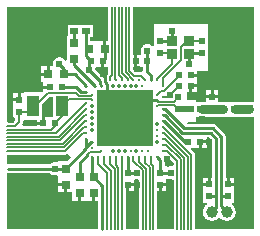
<source format=gtl>
G04*
G04 #@! TF.GenerationSoftware,Altium Limited,Altium Designer,19.0.15 (446)*
G04*
G04 Layer_Physical_Order=1*
G04 Layer_Color=255*
%FSLAX24Y24*%
%MOIN*%
G70*
G01*
G75*
%ADD10C,0.0059*%
%ADD11C,0.0098*%
%ADD13C,0.0079*%
%ADD14R,0.0197X0.0236*%
%ADD15R,0.0374X0.0335*%
%ADD16R,0.0236X0.0197*%
%ADD17R,0.0256X0.0197*%
%ADD18R,0.0300X0.0300*%
%ADD19R,0.0315X0.0295*%
%ADD20R,0.0394X0.0709*%
%ADD21R,0.1909X0.1909*%
%ADD23R,0.0295X0.0315*%
%ADD34C,0.0108*%
%ADD35C,0.0057*%
%ADD36C,0.0200*%
%ADD37C,0.0300*%
%ADD38C,0.0072*%
%ADD39C,0.0394*%
%ADD40C,0.0240*%
%ADD41C,0.0138*%
G36*
X-1784Y-1292D02*
X-1927Y-1435D01*
X-2220D01*
Y-1439D01*
X-2230Y-1451D01*
X-2270Y-1473D01*
X-2280Y-1470D01*
X-2308Y-1464D01*
X-2337Y-1463D01*
X-2366Y-1464D01*
X-2394Y-1470D01*
X-2421Y-1479D01*
X-2447Y-1492D01*
X-2471Y-1508D01*
X-2493Y-1527D01*
X-2498Y-1533D01*
X-3899D01*
X-3905Y-1528D01*
Y-1213D01*
X-1972D01*
X-1951Y-1211D01*
X-1931Y-1206D01*
X-1913Y-1198D01*
X-1895Y-1188D01*
X-1891Y-1185D01*
X-1784Y-1292D01*
D02*
G37*
G36*
X-2493Y-1839D02*
X-2471Y-1858D01*
X-2447Y-1874D01*
X-2421Y-1887D01*
X-2394Y-1896D01*
X-2366Y-1902D01*
X-2337Y-1904D01*
X-2308Y-1902D01*
X-2280Y-1896D01*
X-2270Y-1893D01*
X-2257Y-1900D01*
X-2220Y-1931D01*
Y-1967D01*
X-2220D01*
Y-2165D01*
X-1963D01*
Y-2215D01*
X-1913D01*
Y-2462D01*
X-1754D01*
Y-2748D01*
X-1546D01*
Y-2500D01*
X-1446D01*
Y-2748D01*
X-1083D01*
Y-2500D01*
X-983D01*
Y-2748D01*
X-888D01*
Y-3691D01*
X-904Y-3708D01*
X-3905D01*
Y-1838D01*
X-3899Y-1833D01*
X-2498D01*
X-2493Y-1839D01*
D02*
G37*
G36*
X-555Y2566D02*
X-609D01*
Y2309D01*
X-709D01*
Y2566D01*
X-907D01*
Y2566D01*
X-943D01*
Y2566D01*
X-1150D01*
Y2705D01*
X-1071D01*
Y3102D01*
X-1901D01*
Y2738D01*
X-1931D01*
Y2243D01*
X-1931D01*
Y2206D01*
X-1931D01*
Y1926D01*
X-1981Y1914D01*
X-1984Y1921D01*
X-2000Y1945D01*
X-2019Y1967D01*
X-2041Y1986D01*
X-2065Y2002D01*
X-2091Y2015D01*
X-2118Y2024D01*
X-2146Y2030D01*
X-2175Y2032D01*
X-2204Y2030D01*
X-2232Y2024D01*
X-2260Y2015D01*
X-2285Y2002D01*
X-2309Y1986D01*
X-2331Y1967D01*
X-2350Y1945D01*
X-2366Y1921D01*
X-2379Y1895D01*
X-2388Y1868D01*
X-2394Y1840D01*
X-2396Y1811D01*
X-2394Y1782D01*
X-2392Y1774D01*
X-2418Y1733D01*
X-2431Y1724D01*
X-2499D01*
Y1467D01*
X-2549D01*
Y1417D01*
X-2797D01*
Y1209D01*
X-2708D01*
Y1083D01*
X-2490D01*
Y983D01*
X-2708D01*
Y881D01*
X-2719Y872D01*
X-2765Y858D01*
Y858D01*
X-2765Y858D01*
X-3359D01*
Y828D01*
X-3465D01*
Y610D01*
X-3515D01*
Y560D01*
X-3713D01*
Y392D01*
Y-2D01*
X-3645D01*
Y-73D01*
X-3711Y-140D01*
X-3905D01*
Y3708D01*
X-555D01*
Y2566D01*
D02*
G37*
G36*
X-683Y1702D02*
X-555D01*
Y1483D01*
X-584Y1454D01*
X-597Y1439D01*
X-608Y1421D01*
X-616Y1402D01*
X-620Y1383D01*
X-622Y1363D01*
X-630Y1350D01*
X-639Y1327D01*
X-686Y1318D01*
X-692Y1320D01*
X-693Y1323D01*
X-706Y1343D01*
X-721Y1361D01*
X-971Y1611D01*
X-970Y1619D01*
X-972Y1648D01*
X-973Y1652D01*
X-940Y1702D01*
X-783D01*
Y1900D01*
X-683D01*
Y1702D01*
D02*
G37*
G36*
X-2375Y31D02*
X-2658D01*
Y-167D01*
X-2708D01*
Y-217D01*
X-2926D01*
Y-256D01*
X-3394D01*
X-3412Y-206D01*
X-3410Y-203D01*
X-3399Y-186D01*
X-3391Y-167D01*
X-3386Y-147D01*
X-3385Y-127D01*
Y-90D01*
X-3359Y-51D01*
X-2926D01*
Y-117D01*
X-2758D01*
Y31D01*
X-2765D01*
Y458D01*
X-2503Y720D01*
X-2375D01*
Y31D01*
D02*
G37*
G36*
X4299Y550D02*
X4141D01*
X4134Y550D01*
X3690D01*
X3690Y550D01*
X3270Y550D01*
X3114D01*
Y667D01*
X2718D01*
Y550D01*
X2392Y550D01*
Y600D01*
X2077D01*
Y874D01*
X2155D01*
Y1073D01*
X2205D01*
Y1123D01*
X2423D01*
Y1229D01*
X2423D01*
Y1377D01*
X2205D01*
Y1477D01*
X2423D01*
Y1575D01*
X2777D01*
X2777Y3151D01*
X976Y3151D01*
X976Y2413D01*
X954Y2401D01*
X926Y2396D01*
X914Y2410D01*
X892Y2429D01*
X868Y2445D01*
X842Y2458D01*
X815Y2467D01*
X787Y2473D01*
X758Y2474D01*
X729Y2473D01*
X701Y2467D01*
X674Y2458D01*
X648Y2445D01*
X624Y2429D01*
X602Y2410D01*
X583Y2388D01*
X567Y2364D01*
X554Y2338D01*
X545Y2311D01*
X539Y2283D01*
X537Y2254D01*
X539Y2225D01*
X545Y2197D01*
X554Y2170D01*
X565Y2148D01*
X560Y2133D01*
X537Y2098D01*
X414D01*
Y1900D01*
Y1701D01*
X608D01*
Y1590D01*
X607Y1587D01*
X591Y1570D01*
X561Y1550D01*
X558Y1550D01*
X550Y1550D01*
X376D01*
X285Y1641D01*
Y1701D01*
X314D01*
Y1900D01*
Y2098D01*
X285D01*
Y3708D01*
X4299D01*
Y550D01*
D02*
G37*
G36*
Y-3708D02*
X2361D01*
X2354Y-3701D01*
Y-1233D01*
X2353Y-1213D01*
X2348Y-1193D01*
X2340Y-1174D01*
X2330Y-1157D01*
X2316Y-1141D01*
X2207Y-1032D01*
X2227Y-986D01*
X2470D01*
Y-787D01*
X2520D01*
Y-737D01*
X2738D01*
Y-642D01*
X2810D01*
X2910Y-742D01*
Y-1987D01*
X2876D01*
Y-2205D01*
X2826D01*
Y-2255D01*
X2627D01*
Y-2423D01*
Y-2817D01*
X2740D01*
X2753Y-2867D01*
X2747Y-2870D01*
X2720Y-2889D01*
X2695Y-2911D01*
X2673Y-2936D01*
X2654Y-2963D01*
X2638Y-2993D01*
X2625Y-3023D01*
X2616Y-3055D01*
X2610Y-3088D01*
X2608Y-3122D01*
X2610Y-3155D01*
X2616Y-3188D01*
X2625Y-3220D01*
X2638Y-3251D01*
X2654Y-3280D01*
X2673Y-3307D01*
X2695Y-3332D01*
X2720Y-3354D01*
X2747Y-3373D01*
X2777Y-3389D01*
X2807Y-3402D01*
X2839Y-3411D01*
X2872Y-3417D01*
X2906Y-3419D01*
X2939Y-3417D01*
X2972Y-3411D01*
X3004Y-3402D01*
X3035Y-3389D01*
X3064Y-3373D01*
X3091Y-3354D01*
X3116Y-3332D01*
X3123Y-3323D01*
X3139Y-3318D01*
X3172D01*
X3188Y-3323D01*
X3195Y-3332D01*
X3220Y-3354D01*
X3247Y-3373D01*
X3277Y-3389D01*
X3307Y-3402D01*
X3339Y-3411D01*
X3372Y-3417D01*
X3406Y-3419D01*
X3439Y-3417D01*
X3472Y-3411D01*
X3504Y-3402D01*
X3535Y-3389D01*
X3564Y-3373D01*
X3591Y-3354D01*
X3616Y-3332D01*
X3638Y-3307D01*
X3657Y-3280D01*
X3673Y-3251D01*
X3686Y-3220D01*
X3695Y-3188D01*
X3701Y-3155D01*
X3703Y-3122D01*
X3701Y-3088D01*
X3695Y-3055D01*
X3686Y-3023D01*
X3673Y-2993D01*
X3657Y-2963D01*
X3638Y-2936D01*
X3616Y-2911D01*
X3591Y-2889D01*
X3564Y-2870D01*
X3558Y-2867D01*
X3571Y-2817D01*
X3654D01*
Y-2423D01*
Y-2255D01*
X3456D01*
Y-2205D01*
X3406D01*
Y-1987D01*
X3365D01*
Y-616D01*
X3365Y-616D01*
X3363Y-592D01*
X3358Y-569D01*
X3349Y-548D01*
X3337Y-528D01*
X3321Y-510D01*
X3321Y-510D01*
X3042Y-231D01*
X3025Y-216D01*
X3004Y-203D01*
X2983Y-194D01*
X2960Y-189D01*
X2937Y-187D01*
X2086D01*
X2079Y-178D01*
X2106Y-128D01*
X2392D01*
Y50D01*
X2566D01*
X2566Y50D01*
X3070D01*
X3841Y50D01*
Y50D01*
X4134D01*
X4141Y50D01*
X4299D01*
Y-3708D01*
D02*
G37*
G36*
X1630Y-1479D02*
Y-1565D01*
X1623Y-1575D01*
X1580Y-1603D01*
X1574Y-1602D01*
X1545Y-1600D01*
X1516Y-1602D01*
X1488Y-1608D01*
X1461Y-1617D01*
X1439Y-1628D01*
X1430Y-1625D01*
X1389Y-1603D01*
Y-1603D01*
X1341Y-1600D01*
Y-1388D01*
X1339Y-1364D01*
X1333Y-1342D01*
X1324Y-1320D01*
X1312Y-1300D01*
X1299Y-1284D01*
X1367Y-1216D01*
X1630Y-1479D01*
D02*
G37*
G36*
X1461Y-2025D02*
X1488Y-2034D01*
X1516Y-2039D01*
X1545Y-2041D01*
X1574Y-2039D01*
X1580Y-2038D01*
X1623Y-2066D01*
X1630Y-2077D01*
Y-3701D01*
X1623Y-3708D01*
X1096D01*
X1090Y-3701D01*
Y-2433D01*
X1141D01*
Y-2215D01*
X1191D01*
Y-2165D01*
X1389D01*
Y-2041D01*
X1395Y-2035D01*
X1422Y-2019D01*
X1439Y-2014D01*
X1461Y-2025D01*
D02*
G37*
G36*
X375Y-2039D02*
X404Y-2041D01*
X430Y-2040D01*
X433Y-2040D01*
X480Y-2076D01*
Y-3701D01*
X473Y-3708D01*
X38D01*
X32Y-3701D01*
Y-2433D01*
X48D01*
Y-2215D01*
X98D01*
Y-2165D01*
X297D01*
Y-2069D01*
X299Y-2065D01*
X343Y-2034D01*
X346Y-2034D01*
X375Y-2039D01*
D02*
G37*
%LPC*%
G36*
X-2013Y-2265D02*
X-2220D01*
Y-2462D01*
X-2013D01*
Y-2265D01*
D02*
G37*
G36*
X-2599Y1724D02*
X-2797D01*
Y1517D01*
X-2599D01*
Y1724D01*
D02*
G37*
G36*
X-3565Y828D02*
X-3713D01*
Y660D01*
X-3565D01*
Y828D01*
D02*
G37*
G36*
X2423Y1023D02*
X2255D01*
Y874D01*
X2423D01*
Y1023D01*
D02*
G37*
G36*
X3114Y935D02*
X2966D01*
Y767D01*
X3114D01*
Y935D01*
D02*
G37*
G36*
X2866D02*
X2718D01*
Y767D01*
X2866D01*
Y935D01*
D02*
G37*
G36*
X2738Y-837D02*
X2570D01*
Y-986D01*
X2738D01*
Y-837D01*
D02*
G37*
G36*
X2776Y-1987D02*
X2627D01*
Y-2155D01*
X2776D01*
Y-1987D01*
D02*
G37*
G36*
X3654Y-1987D02*
X3506D01*
Y-2155D01*
X3654D01*
Y-1987D01*
D02*
G37*
G36*
X1389Y-2265D02*
X1241D01*
Y-2433D01*
X1389D01*
Y-2265D01*
D02*
G37*
G36*
X297D02*
X148D01*
Y-2433D01*
X297D01*
Y-2265D01*
D02*
G37*
%LPD*%
D10*
X1085Y787D02*
X1213Y915D01*
X1083Y787D02*
X1085D01*
X1870Y2362D02*
X2065Y2557D01*
X2574D01*
X1174Y2164D02*
X1560D01*
X1589Y2134D01*
X156Y1587D02*
X322Y1420D01*
X550D01*
X689Y1282D01*
X156Y1587D02*
Y3720D01*
X1280Y1083D02*
Y1348D01*
X1870Y1938D01*
Y2362D01*
X1083Y1315D02*
X1589Y1821D01*
X1083Y1280D02*
Y1315D01*
X1589Y1821D02*
Y2134D01*
X1437Y689D02*
X1506Y758D01*
X1280Y689D02*
X1437D01*
X1213Y915D02*
X1311D01*
X1811Y1415D02*
Y1427D01*
X1311Y915D02*
X1811Y1415D01*
X1506Y758D02*
X1811Y1063D01*
Y1073D01*
X1287Y-295D02*
X2225Y-1233D01*
X1320Y-492D02*
X2108Y-1281D01*
X1352Y-689D02*
X1992Y-1329D01*
X1385Y-886D02*
X1876Y-1377D01*
X1417Y-1083D02*
X1760Y-1425D01*
Y-3701D02*
Y-1425D01*
X1876Y-3701D02*
Y-1377D01*
X1992Y-3701D02*
Y-1329D01*
X2225Y-3701D02*
Y-1233D01*
X2108Y-3701D02*
Y-1281D01*
X1280Y-295D02*
X1287D01*
X1280Y-689D02*
X1352D01*
X1280Y-886D02*
X1385D01*
X1280Y-492D02*
X1320D01*
X1280Y-1083D02*
X1417D01*
X886Y-1518D02*
Y-1280D01*
X960Y-3701D02*
Y-1592D01*
X886Y-1518D02*
X960Y-1592D01*
X843Y-3701D02*
Y-1640D01*
X689Y-1486D02*
Y-1280D01*
Y-1486D02*
X843Y-1640D01*
X492Y-1453D02*
Y-1280D01*
X727Y-3701D02*
Y-1688D01*
X492Y-1453D02*
X727Y-1688D01*
X610Y-3701D02*
Y-1735D01*
X295Y-1420D02*
X610Y-1735D01*
X295Y-1420D02*
Y-1280D01*
X-295Y-1568D02*
Y-1280D01*
X-215Y-3701D02*
Y-1649D01*
X-295Y-1568D02*
X-215Y-1649D01*
X-492Y-1535D02*
Y-1280D01*
X-331Y-3701D02*
Y-1697D01*
X-492Y-1535D02*
X-331Y-1697D01*
X-98Y-3701D02*
Y-1280D01*
X-492Y1280D02*
Y1362D01*
X-98Y1280D02*
Y1348D01*
X-1282Y492D02*
X-1280D01*
X-1282Y295D02*
X-1280D01*
X-2195Y-618D02*
X-1282Y295D01*
X-2142Y-734D02*
X-1309Y98D01*
X-1280D01*
X-2071Y-850D02*
X-1319Y-98D01*
X-1280D01*
X-3917Y-850D02*
X-2071D01*
X-1348Y-295D02*
X-1280D01*
X-2020Y-967D02*
X-1348Y-295D01*
X-3917Y-967D02*
X-2020D01*
X-1972Y-1083D02*
X-1381Y-492D01*
X-1280D01*
X-3917Y-1083D02*
X-1972D01*
X-2314Y-256D02*
Y-167D01*
X-2444Y-386D02*
X-2314Y-256D01*
X-3917Y-734D02*
X-2142D01*
X-3917Y-618D02*
X-2195D01*
X-492Y1362D02*
X-425Y1429D01*
Y3720D01*
X39Y1539D02*
Y3720D01*
X-309Y1293D02*
X-295Y1280D01*
X-309Y1293D02*
Y3720D01*
X-193Y1443D02*
X-98Y1348D01*
X-193Y1443D02*
Y3720D01*
X-77Y1491D02*
Y3720D01*
Y1491D02*
X98Y1316D01*
Y1280D02*
Y1316D01*
X39Y1539D02*
X295Y1283D01*
Y1280D02*
Y1283D01*
X-3658Y-270D02*
X-3515Y-127D01*
X-3917Y-270D02*
X-3658D01*
X-3515Y-127D02*
Y217D01*
X-3917Y-386D02*
X-2444D01*
X-3917Y-502D02*
X-2276D01*
X-1282Y492D01*
D11*
X1560Y2557D02*
X1589Y2587D01*
X1174Y2557D02*
X1560D01*
X1577Y2599D02*
X1589Y2587D01*
X2189Y2164D02*
X2574D01*
X2160Y1804D02*
Y2134D01*
X1589Y2587D02*
Y2917D01*
X758Y1959D02*
Y2254D01*
X758Y1909D02*
Y2254D01*
X758Y1555D02*
Y1900D01*
Y1555D02*
X886Y1427D01*
Y1280D02*
Y1427D01*
X758Y1909D02*
X763Y1905D01*
X2872Y-492D02*
X3060Y-680D01*
Y-2598D02*
Y-680D01*
X2906Y-3122D02*
X3060Y-2967D01*
X3216Y-2932D02*
X3406Y-3122D01*
X2826Y-2598D02*
X3053D01*
X3060Y-2967D02*
Y-2605D01*
X3216Y-2932D02*
Y-2598D01*
X3456D01*
X1310Y-98D02*
X1999Y-787D01*
X2126D01*
X1333Y98D02*
X1923Y-492D01*
X2872D01*
X1988Y-337D02*
X2937D01*
X1356Y295D02*
X1988Y-337D01*
X2937D02*
X3216Y-616D01*
Y-2598D02*
Y-616D01*
X-1673Y1772D02*
Y1959D01*
Y1772D02*
X-984Y1083D01*
X-1299Y2067D02*
Y2904D01*
X-1673Y2490D02*
Y2904D01*
X-738Y-3691D02*
Y-2264D01*
X-1033Y-1969D02*
X-738Y-2264D01*
X-1496Y-1484D02*
X-1243Y-1231D01*
X-1496Y-1969D02*
Y-1484D01*
X-1083Y-1919D02*
Y-1280D01*
Y-1919D02*
X-1033Y-1969D01*
X1211Y-1841D02*
X1545D01*
X1280Y-98D02*
X1310D01*
X1280Y295D02*
X1356D01*
X1280Y98D02*
X1333D01*
X1191Y-1821D02*
X1211Y-1841D01*
X1191Y-1821D02*
Y-1388D01*
X1083Y-1280D02*
X1191Y-1388D01*
X98Y-1821D02*
Y-1280D01*
X236Y236D02*
X591Y591D01*
X0Y0D02*
X236Y236D01*
X591Y591D02*
X1083D01*
X98Y-1821D02*
X404D01*
X-591Y1083D02*
Y1151D01*
X-653Y1213D02*
X-591Y1151D01*
X-653Y1213D02*
Y1434D01*
X-827Y1152D02*
Y1255D01*
X-787Y1083D02*
Y1113D01*
X-827Y1152D02*
X-787Y1113D01*
X-1191Y1619D02*
X-827Y1255D01*
X-1663Y1467D02*
X-1280Y1083D01*
X-2018Y1467D02*
X-1663D01*
X-1467Y886D02*
X-1280D01*
X-1614Y1033D02*
X-1467Y886D01*
X-2096Y1033D02*
X-1614D01*
X-2018Y1467D02*
Y1654D01*
X-2175Y1811D02*
X-2018Y1654D01*
X-2337Y-1683D02*
X-1963D01*
X-591Y591D02*
Y1083D01*
Y591D02*
X0Y0D01*
X-3899Y-1683D02*
X-2337D01*
X-1963D02*
X-1280Y-1000D01*
X-1113Y-787D02*
X-1083D01*
X-1280Y-954D02*
X-1113Y-787D01*
X-1280Y-1000D02*
Y-954D01*
Y-689D01*
X-1191Y1619D02*
Y1959D01*
X-1299Y2067D02*
X-1191Y1959D01*
X-733Y1900D02*
X-659Y1974D01*
Y2309D01*
D13*
X-593Y-3701D02*
Y-1829D01*
X-886Y-1535D02*
X-593Y-1829D01*
X-457Y-3701D02*
Y-1768D01*
X-689Y-1535D02*
X-457Y-1768D01*
X-689Y-1535D02*
Y-1280D01*
X-886Y-1535D02*
Y-1280D01*
D14*
X1174Y2557D02*
D03*
Y2164D02*
D03*
X2574Y2164D02*
D03*
Y2557D02*
D03*
X1792Y699D02*
D03*
Y305D02*
D03*
X2916Y717D02*
D03*
Y323D02*
D03*
X2826Y-2598D02*
D03*
Y-2205D02*
D03*
X3456Y-2205D02*
D03*
Y-2598D02*
D03*
X-3515Y610D02*
D03*
Y217D02*
D03*
X98Y-2215D02*
D03*
Y-1821D02*
D03*
X1191Y-2215D02*
D03*
Y-1821D02*
D03*
D15*
X2160Y2134D02*
D03*
Y2587D02*
D03*
X1589D02*
D03*
Y2134D02*
D03*
D16*
X2205Y1427D02*
D03*
X1811D02*
D03*
X364Y1900D02*
D03*
X758D02*
D03*
X2205Y1073D02*
D03*
X1811D02*
D03*
X2520Y-787D02*
D03*
X2126D02*
D03*
X-2708Y-167D02*
D03*
X-2314D02*
D03*
X-2490Y1033D02*
D03*
X-2096D02*
D03*
X-1127Y1900D02*
D03*
X-733D02*
D03*
D17*
X2539Y302D02*
D03*
X2165Y302D02*
D03*
X3667Y302D02*
D03*
X3293D02*
D03*
X-1299Y2904D02*
D03*
X-1673D02*
D03*
D18*
X4156Y300D02*
D03*
D19*
X-1673Y1959D02*
D03*
Y2490D02*
D03*
X-1033Y-1969D02*
D03*
Y-2500D02*
D03*
X-1496Y-1969D02*
D03*
Y-2500D02*
D03*
X-1963Y-1683D02*
D03*
Y-2215D02*
D03*
D20*
X-3062Y404D02*
D03*
X-2078D02*
D03*
D21*
X0Y0D02*
D03*
D23*
X-2018Y1467D02*
D03*
X-2549D02*
D03*
X-1191Y2309D02*
D03*
X-659D02*
D03*
D34*
X1083Y-1280D02*
D03*
X886D02*
D03*
X689D02*
D03*
X492D02*
D03*
X295D02*
D03*
X98D02*
D03*
X-98D02*
D03*
X-295D02*
D03*
X-492D02*
D03*
X-689D02*
D03*
X-886D02*
D03*
X-1083D02*
D03*
X1280Y-1083D02*
D03*
X787D02*
D03*
X591D02*
D03*
X394D02*
D03*
X197D02*
D03*
X0D02*
D03*
X-197D02*
D03*
X-394D02*
D03*
X-787D02*
D03*
X-1083Y-984D02*
D03*
X1280Y-886D02*
D03*
X1083Y-787D02*
D03*
X-1083D02*
D03*
X1280Y-689D02*
D03*
X-1280D02*
D03*
X1083Y-591D02*
D03*
X1280Y-492D02*
D03*
X-1280D02*
D03*
X1083Y-394D02*
D03*
X-1083D02*
D03*
X1280Y-295D02*
D03*
X-1280D02*
D03*
X1083Y-197D02*
D03*
X-1083D02*
D03*
X1280Y-98D02*
D03*
X-1280D02*
D03*
X-1083Y0D02*
D03*
X1280Y98D02*
D03*
X-1280D02*
D03*
X-1083Y197D02*
D03*
X1280Y295D02*
D03*
X-1280D02*
D03*
X1083Y394D02*
D03*
X-1083D02*
D03*
X-1280Y492D02*
D03*
X1083Y591D02*
D03*
X-1083D02*
D03*
X1280Y689D02*
D03*
X-1083Y787D02*
D03*
X-1280Y886D02*
D03*
X1083Y787D02*
D03*
X1280Y1083D02*
D03*
X591D02*
D03*
X394D02*
D03*
X197D02*
D03*
X0D02*
D03*
X-197D02*
D03*
X-394D02*
D03*
X-591D02*
D03*
X-787D02*
D03*
X-984D02*
D03*
X-1280D02*
D03*
X1083Y1280D02*
D03*
X689D02*
D03*
X492D02*
D03*
X295D02*
D03*
X98D02*
D03*
X-98D02*
D03*
X-295D02*
D03*
X-492D02*
D03*
X886D02*
D03*
D35*
X1642Y549D02*
X1792Y699D01*
X1124Y549D02*
X1642D01*
X1124Y435D02*
X1662D01*
X1793Y303D01*
X1795Y301D01*
X1083Y394D02*
X1124Y435D01*
X1083Y591D02*
X1124Y549D01*
X-1124Y632D02*
X-1083Y591D01*
X-1124Y746D02*
X-1083Y787D01*
X-1621Y849D02*
X-1522Y751D01*
X-1519D01*
X-1514Y746D01*
X-1124D01*
X-2078Y404D02*
X-1849Y632D01*
X-2314Y-167D02*
X-2078Y69D01*
Y404D01*
X-3249Y217D02*
X-3062Y404D01*
X-3515Y217D02*
X-3249D01*
X-2556Y849D02*
X-1621D01*
X-1849Y632D02*
X-1124D01*
X-3002Y404D02*
X-2556Y849D01*
X-3062Y404D02*
X-3002D01*
D36*
X1793Y303D02*
X2145D01*
D37*
X3690Y300D02*
X4134D01*
X2566D02*
X3270D01*
D38*
X-837Y-1132D02*
X-787Y-1083D01*
X-1144Y-1132D02*
X-837D01*
X-1243Y-1231D02*
X-1144Y-1132D01*
D39*
X2906Y-3122D02*
D03*
X3406D02*
D03*
D40*
X758Y2254D02*
D03*
X404Y2263D02*
D03*
X2600Y717D02*
D03*
X2913Y1053D02*
D03*
X2160Y1804D02*
D03*
X1589Y2917D02*
D03*
X404Y1634D02*
D03*
X2539Y1073D02*
D03*
X1506Y758D02*
D03*
X2204Y738D02*
D03*
X2539Y1427D02*
D03*
X2569Y-39D02*
D03*
X4176Y-79D02*
D03*
Y679D02*
D03*
X3566D02*
D03*
X3566Y-79D02*
D03*
X2786Y-1855D02*
D03*
X3496Y-1855D02*
D03*
X3490Y-3590D02*
D03*
X2472Y-2590D02*
D03*
Y-3590D02*
D03*
X2825Y-797D02*
D03*
X3570Y3590D02*
D03*
X757D02*
D03*
X4176Y-3590D02*
D03*
Y-2590D02*
D03*
Y-1590D02*
D03*
X2472D02*
D03*
X3490D02*
D03*
Y-590D02*
D03*
X4176D02*
D03*
X2570Y3590D02*
D03*
X4176D02*
D03*
X1570D02*
D03*
X4176Y2590D02*
D03*
X3570D02*
D03*
X4176Y1590D02*
D03*
X3570D02*
D03*
X709Y-709D02*
D03*
X236D02*
D03*
X-236D02*
D03*
X-709D02*
D03*
X709Y-236D02*
D03*
X236D02*
D03*
X-236D02*
D03*
X-709D02*
D03*
X709Y236D02*
D03*
X236D02*
D03*
X-236D02*
D03*
X-709D02*
D03*
X709Y709D02*
D03*
X236D02*
D03*
X-236D02*
D03*
X-709D02*
D03*
X-2002Y-1330D02*
D03*
X-3790D02*
D03*
X1417Y-1378D02*
D03*
X1211Y-2550D02*
D03*
X404Y-2244D02*
D03*
X1545Y-1821D02*
D03*
X404Y-1821D02*
D03*
X-709Y1457D02*
D03*
X-2175Y1811D02*
D03*
X-3062Y-157D02*
D03*
X-2337Y-1683D02*
D03*
X-3790Y-3590D02*
D03*
Y-2470D02*
D03*
Y984D02*
D03*
Y2362D02*
D03*
Y3590D02*
D03*
X-2559D02*
D03*
X-1575D02*
D03*
X-719D02*
D03*
X-2559Y2362D02*
D03*
X-2913Y1467D02*
D03*
X-2835Y1033D02*
D03*
X-2619Y394D02*
D03*
X-3790Y-60D02*
D03*
X-2500Y-3590D02*
D03*
X-2503Y-2559D02*
D03*
X-1912D02*
D03*
X-1970Y-3590D02*
D03*
X-1020D02*
D03*
X-1516Y-2864D02*
D03*
X-1043D02*
D03*
X148Y-2559D02*
D03*
X260Y-3590D02*
D03*
X1208D02*
D03*
X1496Y-2234D02*
D03*
X-740Y2710D02*
D03*
X-1191Y1619D02*
D03*
D41*
X394Y1083D02*
D03*
X197D02*
D03*
X0D02*
D03*
X-197D02*
D03*
X-394D02*
D03*
X0Y-1083D02*
D03*
X-197Y-1083D02*
D03*
X-394D02*
D03*
X1083Y-787D02*
D03*
X1083Y-197D02*
D03*
X394Y-1083D02*
D03*
X-1083Y197D02*
D03*
Y0D02*
D03*
Y-197D02*
D03*
Y-394D02*
D03*
Y394D02*
D03*
M02*

</source>
